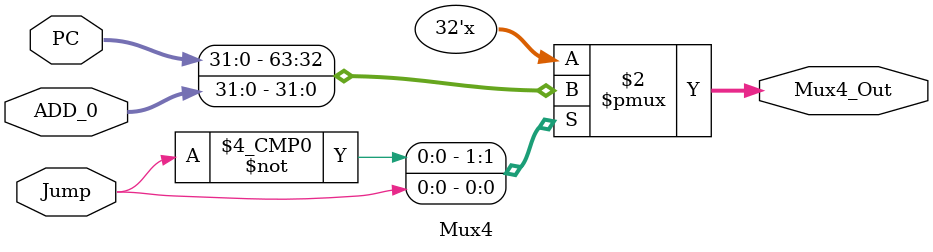
<source format=v>
module Mux4 (
	PC, ADD_0,
	Jump, Mux4_Out
);
	input [31:0] PC;
	input [31:0] ADD_0;
	input wire Jump;

	output reg [31:0] Mux4_Out;
	
	always @(PC, ADD_0, Jump) begin
		case (Jump)
			0 : Mux4_Out <= PC;
			1 : Mux4_Out <= ADD_0;
		endcase
	end
endmodule
</source>
